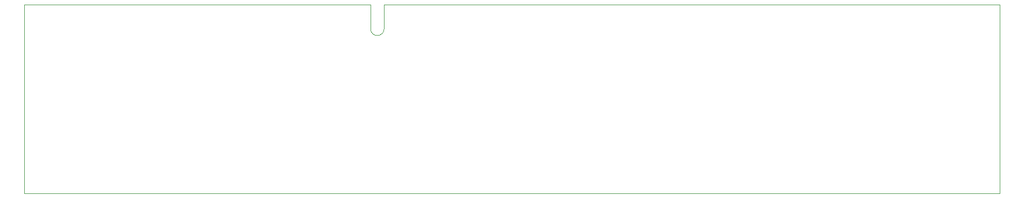
<source format=gbr>
%TF.GenerationSoftware,KiCad,Pcbnew,(7.0.0)*%
%TF.CreationDate,2023-07-13T12:17:45+02:00*%
%TF.ProjectId,RD53B_Quad_6DP_to_ERF8_Data_Adapter,52443533-425f-4517-9561-645f3644505f,V1*%
%TF.SameCoordinates,PX1767f18PY451e560*%
%TF.FileFunction,Other,Comment*%
%FSLAX46Y46*%
G04 Gerber Fmt 4.6, Leading zero omitted, Abs format (unit mm)*
G04 Created by KiCad (PCBNEW (7.0.0)) date 2023-07-13 12:17:45*
%MOMM*%
%LPD*%
G01*
G04 APERTURE LIST*
%TA.AperFunction,Profile*%
%ADD10C,0.010000*%
%TD*%
G04 APERTURE END LIST*
D10*
X-2000Y31005000D02*
X-2000Y5000D01*
X159998000Y31005000D02*
X159998000Y5000D01*
X105998000Y31005000D02*
X159998000Y31005000D01*
X53998000Y31005000D02*
X-2000Y31005000D01*
X-2000Y5000D02*
X159998000Y5000D01*
%TO.C,J7*%
X56778000Y31005000D02*
X53998000Y31005000D01*
X56778000Y27005000D02*
X56778000Y31005000D01*
X58998000Y31005000D02*
X58998000Y27005000D01*
X105998000Y31005000D02*
X58998000Y31005000D01*
X56778000Y27005000D02*
G75*
G03*
X57888000Y25895000I1109998J-2D01*
G01*
X57888000Y25895000D02*
G75*
G03*
X58998000Y27005000I2J1109998D01*
G01*
%TD*%
M02*

</source>
